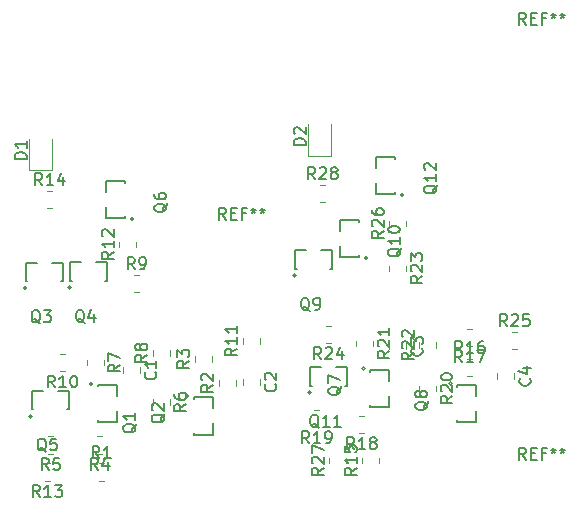
<source format=gbr>
%TF.GenerationSoftware,KiCad,Pcbnew,(6.0.2)*%
%TF.CreationDate,2022-03-08T21:55:07+01:00*%
%TF.ProjectId,simple-pc_-no-fiducials,73696d70-6c65-42d7-9063-5f2d6e6f2d66,rev?*%
%TF.SameCoordinates,Original*%
%TF.FileFunction,Legend,Top*%
%TF.FilePolarity,Positive*%
%FSLAX46Y46*%
G04 Gerber Fmt 4.6, Leading zero omitted, Abs format (unit mm)*
G04 Created by KiCad (PCBNEW (6.0.2)) date 2022-03-08 21:55:07*
%MOMM*%
%LPD*%
G01*
G04 APERTURE LIST*
%ADD10C,0.150000*%
%ADD11C,0.120000*%
%ADD12C,0.152400*%
G04 APERTURE END LIST*
D10*
%TO.C,REF\u002A\u002A*%
X116776666Y-72842380D02*
X116443333Y-72366190D01*
X116205238Y-72842380D02*
X116205238Y-71842380D01*
X116586190Y-71842380D01*
X116681428Y-71890000D01*
X116729047Y-71937619D01*
X116776666Y-72032857D01*
X116776666Y-72175714D01*
X116729047Y-72270952D01*
X116681428Y-72318571D01*
X116586190Y-72366190D01*
X116205238Y-72366190D01*
X117205238Y-72318571D02*
X117538571Y-72318571D01*
X117681428Y-72842380D02*
X117205238Y-72842380D01*
X117205238Y-71842380D01*
X117681428Y-71842380D01*
X118443333Y-72318571D02*
X118110000Y-72318571D01*
X118110000Y-72842380D02*
X118110000Y-71842380D01*
X118586190Y-71842380D01*
X119110000Y-71842380D02*
X119110000Y-72080476D01*
X118871904Y-71985238D02*
X119110000Y-72080476D01*
X119348095Y-71985238D01*
X118967142Y-72270952D02*
X119110000Y-72080476D01*
X119252857Y-72270952D01*
X119871904Y-71842380D02*
X119871904Y-72080476D01*
X119633809Y-71985238D02*
X119871904Y-72080476D01*
X120110000Y-71985238D01*
X119729047Y-72270952D02*
X119871904Y-72080476D01*
X120014761Y-72270952D01*
X142176666Y-93162380D02*
X141843333Y-92686190D01*
X141605238Y-93162380D02*
X141605238Y-92162380D01*
X141986190Y-92162380D01*
X142081428Y-92210000D01*
X142129047Y-92257619D01*
X142176666Y-92352857D01*
X142176666Y-92495714D01*
X142129047Y-92590952D01*
X142081428Y-92638571D01*
X141986190Y-92686190D01*
X141605238Y-92686190D01*
X142605238Y-92638571D02*
X142938571Y-92638571D01*
X143081428Y-93162380D02*
X142605238Y-93162380D01*
X142605238Y-92162380D01*
X143081428Y-92162380D01*
X143843333Y-92638571D02*
X143510000Y-92638571D01*
X143510000Y-93162380D02*
X143510000Y-92162380D01*
X143986190Y-92162380D01*
X144510000Y-92162380D02*
X144510000Y-92400476D01*
X144271904Y-92305238D02*
X144510000Y-92400476D01*
X144748095Y-92305238D01*
X144367142Y-92590952D02*
X144510000Y-92400476D01*
X144652857Y-92590952D01*
X145271904Y-92162380D02*
X145271904Y-92400476D01*
X145033809Y-92305238D02*
X145271904Y-92400476D01*
X145510000Y-92305238D01*
X145129047Y-92590952D02*
X145271904Y-92400476D01*
X145414761Y-92590952D01*
X142176666Y-56332380D02*
X141843333Y-55856190D01*
X141605238Y-56332380D02*
X141605238Y-55332380D01*
X141986190Y-55332380D01*
X142081428Y-55380000D01*
X142129047Y-55427619D01*
X142176666Y-55522857D01*
X142176666Y-55665714D01*
X142129047Y-55760952D01*
X142081428Y-55808571D01*
X141986190Y-55856190D01*
X141605238Y-55856190D01*
X142605238Y-55808571D02*
X142938571Y-55808571D01*
X143081428Y-56332380D02*
X142605238Y-56332380D01*
X142605238Y-55332380D01*
X143081428Y-55332380D01*
X143843333Y-55808571D02*
X143510000Y-55808571D01*
X143510000Y-56332380D02*
X143510000Y-55332380D01*
X143986190Y-55332380D01*
X144510000Y-55332380D02*
X144510000Y-55570476D01*
X144271904Y-55475238D02*
X144510000Y-55570476D01*
X144748095Y-55475238D01*
X144367142Y-55760952D02*
X144510000Y-55570476D01*
X144652857Y-55760952D01*
X145271904Y-55332380D02*
X145271904Y-55570476D01*
X145033809Y-55475238D02*
X145271904Y-55570476D01*
X145510000Y-55475238D01*
X145129047Y-55760952D02*
X145271904Y-55570476D01*
X145414761Y-55760952D01*
%TO.C,R12*%
X107260380Y-75572857D02*
X106784190Y-75906190D01*
X107260380Y-76144285D02*
X106260380Y-76144285D01*
X106260380Y-75763333D01*
X106308000Y-75668095D01*
X106355619Y-75620476D01*
X106450857Y-75572857D01*
X106593714Y-75572857D01*
X106688952Y-75620476D01*
X106736571Y-75668095D01*
X106784190Y-75763333D01*
X106784190Y-76144285D01*
X107260380Y-74620476D02*
X107260380Y-75191904D01*
X107260380Y-74906190D02*
X106260380Y-74906190D01*
X106403238Y-75001428D01*
X106498476Y-75096666D01*
X106546095Y-75191904D01*
X106355619Y-74239523D02*
X106308000Y-74191904D01*
X106260380Y-74096666D01*
X106260380Y-73858571D01*
X106308000Y-73763333D01*
X106355619Y-73715714D01*
X106450857Y-73668095D01*
X106546095Y-73668095D01*
X106688952Y-73715714D01*
X107260380Y-74287142D01*
X107260380Y-73668095D01*
%TO.C,D1*%
X99894380Y-67715595D02*
X98894380Y-67715595D01*
X98894380Y-67477500D01*
X98942000Y-67334642D01*
X99037238Y-67239404D01*
X99132476Y-67191785D01*
X99322952Y-67144166D01*
X99465809Y-67144166D01*
X99656285Y-67191785D01*
X99751523Y-67239404D01*
X99846761Y-67334642D01*
X99894380Y-67477500D01*
X99894380Y-67715595D01*
X99894380Y-66191785D02*
X99894380Y-66763214D01*
X99894380Y-66477500D02*
X98894380Y-66477500D01*
X99037238Y-66572738D01*
X99132476Y-66667976D01*
X99180095Y-66763214D01*
%TO.C,Q12*%
X134659619Y-69913428D02*
X134612000Y-70008666D01*
X134516761Y-70103904D01*
X134373904Y-70246761D01*
X134326285Y-70342000D01*
X134326285Y-70437238D01*
X134564380Y-70389619D02*
X134516761Y-70484857D01*
X134421523Y-70580095D01*
X134231047Y-70627714D01*
X133897714Y-70627714D01*
X133707238Y-70580095D01*
X133612000Y-70484857D01*
X133564380Y-70389619D01*
X133564380Y-70199142D01*
X133612000Y-70103904D01*
X133707238Y-70008666D01*
X133897714Y-69961047D01*
X134231047Y-69961047D01*
X134421523Y-70008666D01*
X134516761Y-70103904D01*
X134564380Y-70199142D01*
X134564380Y-70389619D01*
X134564380Y-69008666D02*
X134564380Y-69580095D01*
X134564380Y-69294380D02*
X133564380Y-69294380D01*
X133707238Y-69389619D01*
X133802476Y-69484857D01*
X133850095Y-69580095D01*
X133659619Y-68627714D02*
X133612000Y-68580095D01*
X133564380Y-68484857D01*
X133564380Y-68246761D01*
X133612000Y-68151523D01*
X133659619Y-68103904D01*
X133754857Y-68056285D01*
X133850095Y-68056285D01*
X133992952Y-68103904D01*
X134564380Y-68675333D01*
X134564380Y-68056285D01*
%TO.C,R19*%
X123817142Y-91764380D02*
X123483809Y-91288190D01*
X123245714Y-91764380D02*
X123245714Y-90764380D01*
X123626666Y-90764380D01*
X123721904Y-90812000D01*
X123769523Y-90859619D01*
X123817142Y-90954857D01*
X123817142Y-91097714D01*
X123769523Y-91192952D01*
X123721904Y-91240571D01*
X123626666Y-91288190D01*
X123245714Y-91288190D01*
X124769523Y-91764380D02*
X124198095Y-91764380D01*
X124483809Y-91764380D02*
X124483809Y-90764380D01*
X124388571Y-90907238D01*
X124293333Y-91002476D01*
X124198095Y-91050095D01*
X125245714Y-91764380D02*
X125436190Y-91764380D01*
X125531428Y-91716761D01*
X125579047Y-91669142D01*
X125674285Y-91526285D01*
X125721904Y-91335809D01*
X125721904Y-90954857D01*
X125674285Y-90859619D01*
X125626666Y-90812000D01*
X125531428Y-90764380D01*
X125340952Y-90764380D01*
X125245714Y-90812000D01*
X125198095Y-90859619D01*
X125150476Y-90954857D01*
X125150476Y-91192952D01*
X125198095Y-91288190D01*
X125245714Y-91335809D01*
X125340952Y-91383428D01*
X125531428Y-91383428D01*
X125626666Y-91335809D01*
X125674285Y-91288190D01*
X125721904Y-91192952D01*
%TO.C,R6*%
X113405180Y-88458966D02*
X112928990Y-88792300D01*
X113405180Y-89030395D02*
X112405180Y-89030395D01*
X112405180Y-88649442D01*
X112452800Y-88554204D01*
X112500419Y-88506585D01*
X112595657Y-88458966D01*
X112738514Y-88458966D01*
X112833752Y-88506585D01*
X112881371Y-88554204D01*
X112928990Y-88649442D01*
X112928990Y-89030395D01*
X112405180Y-87601823D02*
X112405180Y-87792300D01*
X112452800Y-87887538D01*
X112500419Y-87935157D01*
X112643276Y-88030395D01*
X112833752Y-88078014D01*
X113214704Y-88078014D01*
X113309942Y-88030395D01*
X113357561Y-87982776D01*
X113405180Y-87887538D01*
X113405180Y-87697061D01*
X113357561Y-87601823D01*
X113309942Y-87554204D01*
X113214704Y-87506585D01*
X112976609Y-87506585D01*
X112881371Y-87554204D01*
X112833752Y-87601823D01*
X112786133Y-87697061D01*
X112786133Y-87887538D01*
X112833752Y-87982776D01*
X112881371Y-88030395D01*
X112976609Y-88078014D01*
%TO.C,R11*%
X117725180Y-83751657D02*
X117248990Y-84084990D01*
X117725180Y-84323085D02*
X116725180Y-84323085D01*
X116725180Y-83942133D01*
X116772800Y-83846895D01*
X116820419Y-83799276D01*
X116915657Y-83751657D01*
X117058514Y-83751657D01*
X117153752Y-83799276D01*
X117201371Y-83846895D01*
X117248990Y-83942133D01*
X117248990Y-84323085D01*
X117725180Y-82799276D02*
X117725180Y-83370704D01*
X117725180Y-83084990D02*
X116725180Y-83084990D01*
X116868038Y-83180228D01*
X116963276Y-83275466D01*
X117010895Y-83370704D01*
X117725180Y-81846895D02*
X117725180Y-82418323D01*
X117725180Y-82132609D02*
X116725180Y-82132609D01*
X116868038Y-82227847D01*
X116963276Y-82323085D01*
X117010895Y-82418323D01*
%TO.C,C4*%
X142499142Y-86272666D02*
X142546761Y-86320285D01*
X142594380Y-86463142D01*
X142594380Y-86558380D01*
X142546761Y-86701238D01*
X142451523Y-86796476D01*
X142356285Y-86844095D01*
X142165809Y-86891714D01*
X142022952Y-86891714D01*
X141832476Y-86844095D01*
X141737238Y-86796476D01*
X141642000Y-86701238D01*
X141594380Y-86558380D01*
X141594380Y-86463142D01*
X141642000Y-86320285D01*
X141689619Y-86272666D01*
X141927714Y-85415523D02*
X142594380Y-85415523D01*
X141546761Y-85653619D02*
X142261047Y-85891714D01*
X142261047Y-85272666D01*
%TO.C,Q4*%
X104806761Y-81573619D02*
X104711523Y-81526000D01*
X104616285Y-81430761D01*
X104473428Y-81287904D01*
X104378190Y-81240285D01*
X104282952Y-81240285D01*
X104330571Y-81478380D02*
X104235333Y-81430761D01*
X104140095Y-81335523D01*
X104092476Y-81145047D01*
X104092476Y-80811714D01*
X104140095Y-80621238D01*
X104235333Y-80526000D01*
X104330571Y-80478380D01*
X104521047Y-80478380D01*
X104616285Y-80526000D01*
X104711523Y-80621238D01*
X104759142Y-80811714D01*
X104759142Y-81145047D01*
X104711523Y-81335523D01*
X104616285Y-81430761D01*
X104521047Y-81478380D01*
X104330571Y-81478380D01*
X105616285Y-80811714D02*
X105616285Y-81478380D01*
X105378190Y-80430761D02*
X105140095Y-81145047D01*
X105759142Y-81145047D01*
%TO.C,R10*%
X102277942Y-87050180D02*
X101944609Y-86573990D01*
X101706514Y-87050180D02*
X101706514Y-86050180D01*
X102087466Y-86050180D01*
X102182704Y-86097800D01*
X102230323Y-86145419D01*
X102277942Y-86240657D01*
X102277942Y-86383514D01*
X102230323Y-86478752D01*
X102182704Y-86526371D01*
X102087466Y-86573990D01*
X101706514Y-86573990D01*
X103230323Y-87050180D02*
X102658895Y-87050180D01*
X102944609Y-87050180D02*
X102944609Y-86050180D01*
X102849371Y-86193038D01*
X102754133Y-86288276D01*
X102658895Y-86335895D01*
X103849371Y-86050180D02*
X103944609Y-86050180D01*
X104039847Y-86097800D01*
X104087466Y-86145419D01*
X104135085Y-86240657D01*
X104182704Y-86431133D01*
X104182704Y-86669228D01*
X104135085Y-86859704D01*
X104087466Y-86954942D01*
X104039847Y-87002561D01*
X103944609Y-87050180D01*
X103849371Y-87050180D01*
X103754133Y-87002561D01*
X103706514Y-86954942D01*
X103658895Y-86859704D01*
X103611276Y-86669228D01*
X103611276Y-86431133D01*
X103658895Y-86240657D01*
X103706514Y-86145419D01*
X103754133Y-86097800D01*
X103849371Y-86050180D01*
%TO.C,Q7*%
X126531619Y-86963238D02*
X126484000Y-87058476D01*
X126388761Y-87153714D01*
X126245904Y-87296571D01*
X126198285Y-87391809D01*
X126198285Y-87487047D01*
X126436380Y-87439428D02*
X126388761Y-87534666D01*
X126293523Y-87629904D01*
X126103047Y-87677523D01*
X125769714Y-87677523D01*
X125579238Y-87629904D01*
X125484000Y-87534666D01*
X125436380Y-87439428D01*
X125436380Y-87248952D01*
X125484000Y-87153714D01*
X125579238Y-87058476D01*
X125769714Y-87010857D01*
X126103047Y-87010857D01*
X126293523Y-87058476D01*
X126388761Y-87153714D01*
X126436380Y-87248952D01*
X126436380Y-87439428D01*
X125436380Y-86677523D02*
X125436380Y-86010857D01*
X126436380Y-86439428D01*
%TO.C,R26*%
X130120380Y-73794857D02*
X129644190Y-74128190D01*
X130120380Y-74366285D02*
X129120380Y-74366285D01*
X129120380Y-73985333D01*
X129168000Y-73890095D01*
X129215619Y-73842476D01*
X129310857Y-73794857D01*
X129453714Y-73794857D01*
X129548952Y-73842476D01*
X129596571Y-73890095D01*
X129644190Y-73985333D01*
X129644190Y-74366285D01*
X129215619Y-73413904D02*
X129168000Y-73366285D01*
X129120380Y-73271047D01*
X129120380Y-73032952D01*
X129168000Y-72937714D01*
X129215619Y-72890095D01*
X129310857Y-72842476D01*
X129406095Y-72842476D01*
X129548952Y-72890095D01*
X130120380Y-73461523D01*
X130120380Y-72842476D01*
X129120380Y-71985333D02*
X129120380Y-72175809D01*
X129168000Y-72271047D01*
X129215619Y-72318666D01*
X129358476Y-72413904D01*
X129548952Y-72461523D01*
X129929904Y-72461523D01*
X130025142Y-72413904D01*
X130072761Y-72366285D01*
X130120380Y-72271047D01*
X130120380Y-72080571D01*
X130072761Y-71985333D01*
X130025142Y-71937714D01*
X129929904Y-71890095D01*
X129691809Y-71890095D01*
X129596571Y-71937714D01*
X129548952Y-71985333D01*
X129501333Y-72080571D01*
X129501333Y-72271047D01*
X129548952Y-72366285D01*
X129596571Y-72413904D01*
X129691809Y-72461523D01*
%TO.C,R16*%
X136771142Y-84146380D02*
X136437809Y-83670190D01*
X136199714Y-84146380D02*
X136199714Y-83146380D01*
X136580666Y-83146380D01*
X136675904Y-83194000D01*
X136723523Y-83241619D01*
X136771142Y-83336857D01*
X136771142Y-83479714D01*
X136723523Y-83574952D01*
X136675904Y-83622571D01*
X136580666Y-83670190D01*
X136199714Y-83670190D01*
X137723523Y-84146380D02*
X137152095Y-84146380D01*
X137437809Y-84146380D02*
X137437809Y-83146380D01*
X137342571Y-83289238D01*
X137247333Y-83384476D01*
X137152095Y-83432095D01*
X138580666Y-83146380D02*
X138390190Y-83146380D01*
X138294952Y-83194000D01*
X138247333Y-83241619D01*
X138152095Y-83384476D01*
X138104476Y-83574952D01*
X138104476Y-83955904D01*
X138152095Y-84051142D01*
X138199714Y-84098761D01*
X138294952Y-84146380D01*
X138485428Y-84146380D01*
X138580666Y-84098761D01*
X138628285Y-84051142D01*
X138675904Y-83955904D01*
X138675904Y-83717809D01*
X138628285Y-83622571D01*
X138580666Y-83574952D01*
X138485428Y-83527333D01*
X138294952Y-83527333D01*
X138199714Y-83574952D01*
X138152095Y-83622571D01*
X138104476Y-83717809D01*
%TO.C,Q10*%
X131611619Y-75247428D02*
X131564000Y-75342666D01*
X131468761Y-75437904D01*
X131325904Y-75580761D01*
X131278285Y-75676000D01*
X131278285Y-75771238D01*
X131516380Y-75723619D02*
X131468761Y-75818857D01*
X131373523Y-75914095D01*
X131183047Y-75961714D01*
X130849714Y-75961714D01*
X130659238Y-75914095D01*
X130564000Y-75818857D01*
X130516380Y-75723619D01*
X130516380Y-75533142D01*
X130564000Y-75437904D01*
X130659238Y-75342666D01*
X130849714Y-75295047D01*
X131183047Y-75295047D01*
X131373523Y-75342666D01*
X131468761Y-75437904D01*
X131516380Y-75533142D01*
X131516380Y-75723619D01*
X131516380Y-74342666D02*
X131516380Y-74914095D01*
X131516380Y-74628380D02*
X130516380Y-74628380D01*
X130659238Y-74723619D01*
X130754476Y-74818857D01*
X130802095Y-74914095D01*
X130516380Y-73723619D02*
X130516380Y-73628380D01*
X130564000Y-73533142D01*
X130611619Y-73485523D01*
X130706857Y-73437904D01*
X130897333Y-73390285D01*
X131135428Y-73390285D01*
X131325904Y-73437904D01*
X131421142Y-73485523D01*
X131468761Y-73533142D01*
X131516380Y-73628380D01*
X131516380Y-73723619D01*
X131468761Y-73818857D01*
X131421142Y-73866476D01*
X131325904Y-73914095D01*
X131135428Y-73961714D01*
X130897333Y-73961714D01*
X130706857Y-73914095D01*
X130611619Y-73866476D01*
X130564000Y-73818857D01*
X130516380Y-73723619D01*
%TO.C,R17*%
X136771142Y-84906380D02*
X136437809Y-84430190D01*
X136199714Y-84906380D02*
X136199714Y-83906380D01*
X136580666Y-83906380D01*
X136675904Y-83954000D01*
X136723523Y-84001619D01*
X136771142Y-84096857D01*
X136771142Y-84239714D01*
X136723523Y-84334952D01*
X136675904Y-84382571D01*
X136580666Y-84430190D01*
X136199714Y-84430190D01*
X137723523Y-84906380D02*
X137152095Y-84906380D01*
X137437809Y-84906380D02*
X137437809Y-83906380D01*
X137342571Y-84049238D01*
X137247333Y-84144476D01*
X137152095Y-84192095D01*
X138056857Y-83906380D02*
X138723523Y-83906380D01*
X138294952Y-84906380D01*
%TO.C,R20*%
X135960380Y-87764857D02*
X135484190Y-88098190D01*
X135960380Y-88336285D02*
X134960380Y-88336285D01*
X134960380Y-87955333D01*
X135008000Y-87860095D01*
X135055619Y-87812476D01*
X135150857Y-87764857D01*
X135293714Y-87764857D01*
X135388952Y-87812476D01*
X135436571Y-87860095D01*
X135484190Y-87955333D01*
X135484190Y-88336285D01*
X135055619Y-87383904D02*
X135008000Y-87336285D01*
X134960380Y-87241047D01*
X134960380Y-87002952D01*
X135008000Y-86907714D01*
X135055619Y-86860095D01*
X135150857Y-86812476D01*
X135246095Y-86812476D01*
X135388952Y-86860095D01*
X135960380Y-87431523D01*
X135960380Y-86812476D01*
X134960380Y-86193428D02*
X134960380Y-86098190D01*
X135008000Y-86002952D01*
X135055619Y-85955333D01*
X135150857Y-85907714D01*
X135341333Y-85860095D01*
X135579428Y-85860095D01*
X135769904Y-85907714D01*
X135865142Y-85955333D01*
X135912761Y-86002952D01*
X135960380Y-86098190D01*
X135960380Y-86193428D01*
X135912761Y-86288666D01*
X135865142Y-86336285D01*
X135769904Y-86383904D01*
X135579428Y-86431523D01*
X135341333Y-86431523D01*
X135150857Y-86383904D01*
X135055619Y-86336285D01*
X135008000Y-86288666D01*
X134960380Y-86193428D01*
%TO.C,Q6*%
X111799619Y-71469238D02*
X111752000Y-71564476D01*
X111656761Y-71659714D01*
X111513904Y-71802571D01*
X111466285Y-71897809D01*
X111466285Y-71993047D01*
X111704380Y-71945428D02*
X111656761Y-72040666D01*
X111561523Y-72135904D01*
X111371047Y-72183523D01*
X111037714Y-72183523D01*
X110847238Y-72135904D01*
X110752000Y-72040666D01*
X110704380Y-71945428D01*
X110704380Y-71754952D01*
X110752000Y-71659714D01*
X110847238Y-71564476D01*
X111037714Y-71516857D01*
X111371047Y-71516857D01*
X111561523Y-71564476D01*
X111656761Y-71659714D01*
X111704380Y-71754952D01*
X111704380Y-71945428D01*
X110704380Y-70659714D02*
X110704380Y-70850190D01*
X110752000Y-70945428D01*
X110799619Y-70993047D01*
X110942476Y-71088285D01*
X111132952Y-71135904D01*
X111513904Y-71135904D01*
X111609142Y-71088285D01*
X111656761Y-71040666D01*
X111704380Y-70945428D01*
X111704380Y-70754952D01*
X111656761Y-70659714D01*
X111609142Y-70612095D01*
X111513904Y-70564476D01*
X111275809Y-70564476D01*
X111180571Y-70612095D01*
X111132952Y-70659714D01*
X111085333Y-70754952D01*
X111085333Y-70945428D01*
X111132952Y-71040666D01*
X111180571Y-71088285D01*
X111275809Y-71135904D01*
%TO.C,R1*%
X106056133Y-93021180D02*
X105722800Y-92544990D01*
X105484704Y-93021180D02*
X105484704Y-92021180D01*
X105865657Y-92021180D01*
X105960895Y-92068800D01*
X106008514Y-92116419D01*
X106056133Y-92211657D01*
X106056133Y-92354514D01*
X106008514Y-92449752D01*
X105960895Y-92497371D01*
X105865657Y-92544990D01*
X105484704Y-92544990D01*
X107008514Y-93021180D02*
X106437085Y-93021180D01*
X106722800Y-93021180D02*
X106722800Y-92021180D01*
X106627561Y-92164038D01*
X106532323Y-92259276D01*
X106437085Y-92306895D01*
%TO.C,C3*%
X133355142Y-83732666D02*
X133402761Y-83780285D01*
X133450380Y-83923142D01*
X133450380Y-84018380D01*
X133402761Y-84161238D01*
X133307523Y-84256476D01*
X133212285Y-84304095D01*
X133021809Y-84351714D01*
X132878952Y-84351714D01*
X132688476Y-84304095D01*
X132593238Y-84256476D01*
X132498000Y-84161238D01*
X132450380Y-84018380D01*
X132450380Y-83923142D01*
X132498000Y-83780285D01*
X132545619Y-83732666D01*
X132450380Y-83399333D02*
X132450380Y-82780285D01*
X132831333Y-83113619D01*
X132831333Y-82970761D01*
X132878952Y-82875523D01*
X132926571Y-82827904D01*
X133021809Y-82780285D01*
X133259904Y-82780285D01*
X133355142Y-82827904D01*
X133402761Y-82875523D01*
X133450380Y-82970761D01*
X133450380Y-83256476D01*
X133402761Y-83351714D01*
X133355142Y-83399333D01*
%TO.C,R21*%
X130626380Y-83954857D02*
X130150190Y-84288190D01*
X130626380Y-84526285D02*
X129626380Y-84526285D01*
X129626380Y-84145333D01*
X129674000Y-84050095D01*
X129721619Y-84002476D01*
X129816857Y-83954857D01*
X129959714Y-83954857D01*
X130054952Y-84002476D01*
X130102571Y-84050095D01*
X130150190Y-84145333D01*
X130150190Y-84526285D01*
X129721619Y-83573904D02*
X129674000Y-83526285D01*
X129626380Y-83431047D01*
X129626380Y-83192952D01*
X129674000Y-83097714D01*
X129721619Y-83050095D01*
X129816857Y-83002476D01*
X129912095Y-83002476D01*
X130054952Y-83050095D01*
X130626380Y-83621523D01*
X130626380Y-83002476D01*
X130626380Y-82050095D02*
X130626380Y-82621523D01*
X130626380Y-82335809D02*
X129626380Y-82335809D01*
X129769238Y-82431047D01*
X129864476Y-82526285D01*
X129912095Y-82621523D01*
%TO.C,R5*%
X101761633Y-94035180D02*
X101428300Y-93558990D01*
X101190204Y-94035180D02*
X101190204Y-93035180D01*
X101571157Y-93035180D01*
X101666395Y-93082800D01*
X101714014Y-93130419D01*
X101761633Y-93225657D01*
X101761633Y-93368514D01*
X101714014Y-93463752D01*
X101666395Y-93511371D01*
X101571157Y-93558990D01*
X101190204Y-93558990D01*
X102666395Y-93035180D02*
X102190204Y-93035180D01*
X102142585Y-93511371D01*
X102190204Y-93463752D01*
X102285442Y-93416133D01*
X102523538Y-93416133D01*
X102618776Y-93463752D01*
X102666395Y-93511371D01*
X102714014Y-93606609D01*
X102714014Y-93844704D01*
X102666395Y-93939942D01*
X102618776Y-93987561D01*
X102523538Y-94035180D01*
X102285442Y-94035180D01*
X102190204Y-93987561D01*
X102142585Y-93939942D01*
%TO.C,Q8*%
X133897619Y-88233238D02*
X133850000Y-88328476D01*
X133754761Y-88423714D01*
X133611904Y-88566571D01*
X133564285Y-88661809D01*
X133564285Y-88757047D01*
X133802380Y-88709428D02*
X133754761Y-88804666D01*
X133659523Y-88899904D01*
X133469047Y-88947523D01*
X133135714Y-88947523D01*
X132945238Y-88899904D01*
X132850000Y-88804666D01*
X132802380Y-88709428D01*
X132802380Y-88518952D01*
X132850000Y-88423714D01*
X132945238Y-88328476D01*
X133135714Y-88280857D01*
X133469047Y-88280857D01*
X133659523Y-88328476D01*
X133754761Y-88423714D01*
X133802380Y-88518952D01*
X133802380Y-88709428D01*
X133230952Y-87709428D02*
X133183333Y-87804666D01*
X133135714Y-87852285D01*
X133040476Y-87899904D01*
X132992857Y-87899904D01*
X132897619Y-87852285D01*
X132850000Y-87804666D01*
X132802380Y-87709428D01*
X132802380Y-87518952D01*
X132850000Y-87423714D01*
X132897619Y-87376095D01*
X132992857Y-87328476D01*
X133040476Y-87328476D01*
X133135714Y-87376095D01*
X133183333Y-87423714D01*
X133230952Y-87518952D01*
X133230952Y-87709428D01*
X133278571Y-87804666D01*
X133326190Y-87852285D01*
X133421428Y-87899904D01*
X133611904Y-87899904D01*
X133707142Y-87852285D01*
X133754761Y-87804666D01*
X133802380Y-87709428D01*
X133802380Y-87518952D01*
X133754761Y-87423714D01*
X133707142Y-87376095D01*
X133611904Y-87328476D01*
X133421428Y-87328476D01*
X133326190Y-87376095D01*
X133278571Y-87423714D01*
X133230952Y-87518952D01*
%TO.C,C2*%
X120959942Y-86765466D02*
X121007561Y-86813085D01*
X121055180Y-86955942D01*
X121055180Y-87051180D01*
X121007561Y-87194038D01*
X120912323Y-87289276D01*
X120817085Y-87336895D01*
X120626609Y-87384514D01*
X120483752Y-87384514D01*
X120293276Y-87336895D01*
X120198038Y-87289276D01*
X120102800Y-87194038D01*
X120055180Y-87051180D01*
X120055180Y-86955942D01*
X120102800Y-86813085D01*
X120150419Y-86765466D01*
X120150419Y-86384514D02*
X120102800Y-86336895D01*
X120055180Y-86241657D01*
X120055180Y-86003561D01*
X120102800Y-85908323D01*
X120150419Y-85860704D01*
X120245657Y-85813085D01*
X120340895Y-85813085D01*
X120483752Y-85860704D01*
X121055180Y-86432133D01*
X121055180Y-85813085D01*
%TO.C,R9*%
X109053333Y-77034380D02*
X108720000Y-76558190D01*
X108481904Y-77034380D02*
X108481904Y-76034380D01*
X108862857Y-76034380D01*
X108958095Y-76082000D01*
X109005714Y-76129619D01*
X109053333Y-76224857D01*
X109053333Y-76367714D01*
X109005714Y-76462952D01*
X108958095Y-76510571D01*
X108862857Y-76558190D01*
X108481904Y-76558190D01*
X109529523Y-77034380D02*
X109720000Y-77034380D01*
X109815238Y-76986761D01*
X109862857Y-76939142D01*
X109958095Y-76796285D01*
X110005714Y-76605809D01*
X110005714Y-76224857D01*
X109958095Y-76129619D01*
X109910476Y-76082000D01*
X109815238Y-76034380D01*
X109624761Y-76034380D01*
X109529523Y-76082000D01*
X109481904Y-76129619D01*
X109434285Y-76224857D01*
X109434285Y-76462952D01*
X109481904Y-76558190D01*
X109529523Y-76605809D01*
X109624761Y-76653428D01*
X109815238Y-76653428D01*
X109910476Y-76605809D01*
X109958095Y-76558190D01*
X110005714Y-76462952D01*
%TO.C,Q3*%
X101047561Y-81624419D02*
X100952323Y-81576800D01*
X100857085Y-81481561D01*
X100714228Y-81338704D01*
X100618990Y-81291085D01*
X100523752Y-81291085D01*
X100571371Y-81529180D02*
X100476133Y-81481561D01*
X100380895Y-81386323D01*
X100333276Y-81195847D01*
X100333276Y-80862514D01*
X100380895Y-80672038D01*
X100476133Y-80576800D01*
X100571371Y-80529180D01*
X100761847Y-80529180D01*
X100857085Y-80576800D01*
X100952323Y-80672038D01*
X100999942Y-80862514D01*
X100999942Y-81195847D01*
X100952323Y-81386323D01*
X100857085Y-81481561D01*
X100761847Y-81529180D01*
X100571371Y-81529180D01*
X101333276Y-80529180D02*
X101952323Y-80529180D01*
X101618990Y-80910133D01*
X101761847Y-80910133D01*
X101857085Y-80957752D01*
X101904704Y-81005371D01*
X101952323Y-81100609D01*
X101952323Y-81338704D01*
X101904704Y-81433942D01*
X101857085Y-81481561D01*
X101761847Y-81529180D01*
X101476133Y-81529180D01*
X101380895Y-81481561D01*
X101333276Y-81433942D01*
%TO.C,C1*%
X110799942Y-85749466D02*
X110847561Y-85797085D01*
X110895180Y-85939942D01*
X110895180Y-86035180D01*
X110847561Y-86178038D01*
X110752323Y-86273276D01*
X110657085Y-86320895D01*
X110466609Y-86368514D01*
X110323752Y-86368514D01*
X110133276Y-86320895D01*
X110038038Y-86273276D01*
X109942800Y-86178038D01*
X109895180Y-86035180D01*
X109895180Y-85939942D01*
X109942800Y-85797085D01*
X109990419Y-85749466D01*
X110895180Y-84797085D02*
X110895180Y-85368514D01*
X110895180Y-85082800D02*
X109895180Y-85082800D01*
X110038038Y-85178038D01*
X110133276Y-85273276D01*
X110180895Y-85368514D01*
%TO.C,R14*%
X101211142Y-69922380D02*
X100877809Y-69446190D01*
X100639714Y-69922380D02*
X100639714Y-68922380D01*
X101020666Y-68922380D01*
X101115904Y-68970000D01*
X101163523Y-69017619D01*
X101211142Y-69112857D01*
X101211142Y-69255714D01*
X101163523Y-69350952D01*
X101115904Y-69398571D01*
X101020666Y-69446190D01*
X100639714Y-69446190D01*
X102163523Y-69922380D02*
X101592095Y-69922380D01*
X101877809Y-69922380D02*
X101877809Y-68922380D01*
X101782571Y-69065238D01*
X101687333Y-69160476D01*
X101592095Y-69208095D01*
X103020666Y-69255714D02*
X103020666Y-69922380D01*
X102782571Y-68874761D02*
X102544476Y-69589047D01*
X103163523Y-69589047D01*
%TO.C,R23*%
X133420380Y-77604857D02*
X132944190Y-77938190D01*
X133420380Y-78176285D02*
X132420380Y-78176285D01*
X132420380Y-77795333D01*
X132468000Y-77700095D01*
X132515619Y-77652476D01*
X132610857Y-77604857D01*
X132753714Y-77604857D01*
X132848952Y-77652476D01*
X132896571Y-77700095D01*
X132944190Y-77795333D01*
X132944190Y-78176285D01*
X132515619Y-77223904D02*
X132468000Y-77176285D01*
X132420380Y-77081047D01*
X132420380Y-76842952D01*
X132468000Y-76747714D01*
X132515619Y-76700095D01*
X132610857Y-76652476D01*
X132706095Y-76652476D01*
X132848952Y-76700095D01*
X133420380Y-77271523D01*
X133420380Y-76652476D01*
X132420380Y-76319142D02*
X132420380Y-75700095D01*
X132801333Y-76033428D01*
X132801333Y-75890571D01*
X132848952Y-75795333D01*
X132896571Y-75747714D01*
X132991809Y-75700095D01*
X133229904Y-75700095D01*
X133325142Y-75747714D01*
X133372761Y-75795333D01*
X133420380Y-75890571D01*
X133420380Y-76176285D01*
X133372761Y-76271523D01*
X133325142Y-76319142D01*
%TO.C,R13*%
X101007942Y-96321180D02*
X100674609Y-95844990D01*
X100436514Y-96321180D02*
X100436514Y-95321180D01*
X100817466Y-95321180D01*
X100912704Y-95368800D01*
X100960323Y-95416419D01*
X101007942Y-95511657D01*
X101007942Y-95654514D01*
X100960323Y-95749752D01*
X100912704Y-95797371D01*
X100817466Y-95844990D01*
X100436514Y-95844990D01*
X101960323Y-96321180D02*
X101388895Y-96321180D01*
X101674609Y-96321180D02*
X101674609Y-95321180D01*
X101579371Y-95464038D01*
X101484133Y-95559276D01*
X101388895Y-95606895D01*
X102293657Y-95321180D02*
X102912704Y-95321180D01*
X102579371Y-95702133D01*
X102722228Y-95702133D01*
X102817466Y-95749752D01*
X102865085Y-95797371D01*
X102912704Y-95892609D01*
X102912704Y-96130704D01*
X102865085Y-96225942D01*
X102817466Y-96273561D01*
X102722228Y-96321180D01*
X102436514Y-96321180D01*
X102341276Y-96273561D01*
X102293657Y-96225942D01*
%TO.C,R22*%
X132660380Y-84105357D02*
X132184190Y-84438690D01*
X132660380Y-84676785D02*
X131660380Y-84676785D01*
X131660380Y-84295833D01*
X131708000Y-84200595D01*
X131755619Y-84152976D01*
X131850857Y-84105357D01*
X131993714Y-84105357D01*
X132088952Y-84152976D01*
X132136571Y-84200595D01*
X132184190Y-84295833D01*
X132184190Y-84676785D01*
X131755619Y-83724404D02*
X131708000Y-83676785D01*
X131660380Y-83581547D01*
X131660380Y-83343452D01*
X131708000Y-83248214D01*
X131755619Y-83200595D01*
X131850857Y-83152976D01*
X131946095Y-83152976D01*
X132088952Y-83200595D01*
X132660380Y-83772023D01*
X132660380Y-83152976D01*
X131755619Y-82772023D02*
X131708000Y-82724404D01*
X131660380Y-82629166D01*
X131660380Y-82391071D01*
X131708000Y-82295833D01*
X131755619Y-82248214D01*
X131850857Y-82200595D01*
X131946095Y-82200595D01*
X132088952Y-82248214D01*
X132660380Y-82819642D01*
X132660380Y-82200595D01*
%TO.C,R2*%
X115693180Y-86831466D02*
X115216990Y-87164800D01*
X115693180Y-87402895D02*
X114693180Y-87402895D01*
X114693180Y-87021942D01*
X114740800Y-86926704D01*
X114788419Y-86879085D01*
X114883657Y-86831466D01*
X115026514Y-86831466D01*
X115121752Y-86879085D01*
X115169371Y-86926704D01*
X115216990Y-87021942D01*
X115216990Y-87402895D01*
X114788419Y-86450514D02*
X114740800Y-86402895D01*
X114693180Y-86307657D01*
X114693180Y-86069561D01*
X114740800Y-85974323D01*
X114788419Y-85926704D01*
X114883657Y-85879085D01*
X114978895Y-85879085D01*
X115121752Y-85926704D01*
X115693180Y-86498133D01*
X115693180Y-85879085D01*
%TO.C,Q5*%
X101555561Y-92480419D02*
X101460323Y-92432800D01*
X101365085Y-92337561D01*
X101222228Y-92194704D01*
X101126990Y-92147085D01*
X101031752Y-92147085D01*
X101079371Y-92385180D02*
X100984133Y-92337561D01*
X100888895Y-92242323D01*
X100841276Y-92051847D01*
X100841276Y-91718514D01*
X100888895Y-91528038D01*
X100984133Y-91432800D01*
X101079371Y-91385180D01*
X101269847Y-91385180D01*
X101365085Y-91432800D01*
X101460323Y-91528038D01*
X101507942Y-91718514D01*
X101507942Y-92051847D01*
X101460323Y-92242323D01*
X101365085Y-92337561D01*
X101269847Y-92385180D01*
X101079371Y-92385180D01*
X102412704Y-91385180D02*
X101936514Y-91385180D01*
X101888895Y-91861371D01*
X101936514Y-91813752D01*
X102031752Y-91766133D01*
X102269847Y-91766133D01*
X102365085Y-91813752D01*
X102412704Y-91861371D01*
X102460323Y-91956609D01*
X102460323Y-92194704D01*
X102412704Y-92289942D01*
X102365085Y-92337561D01*
X102269847Y-92385180D01*
X102031752Y-92385180D01*
X101936514Y-92337561D01*
X101888895Y-92289942D01*
%TO.C,R7*%
X107817180Y-85114466D02*
X107340990Y-85447800D01*
X107817180Y-85685895D02*
X106817180Y-85685895D01*
X106817180Y-85304942D01*
X106864800Y-85209704D01*
X106912419Y-85162085D01*
X107007657Y-85114466D01*
X107150514Y-85114466D01*
X107245752Y-85162085D01*
X107293371Y-85209704D01*
X107340990Y-85304942D01*
X107340990Y-85685895D01*
X106817180Y-84781133D02*
X106817180Y-84114466D01*
X107817180Y-84543038D01*
%TO.C,R28*%
X124325142Y-69414380D02*
X123991809Y-68938190D01*
X123753714Y-69414380D02*
X123753714Y-68414380D01*
X124134666Y-68414380D01*
X124229904Y-68462000D01*
X124277523Y-68509619D01*
X124325142Y-68604857D01*
X124325142Y-68747714D01*
X124277523Y-68842952D01*
X124229904Y-68890571D01*
X124134666Y-68938190D01*
X123753714Y-68938190D01*
X124706095Y-68509619D02*
X124753714Y-68462000D01*
X124848952Y-68414380D01*
X125087047Y-68414380D01*
X125182285Y-68462000D01*
X125229904Y-68509619D01*
X125277523Y-68604857D01*
X125277523Y-68700095D01*
X125229904Y-68842952D01*
X124658476Y-69414380D01*
X125277523Y-69414380D01*
X125848952Y-68842952D02*
X125753714Y-68795333D01*
X125706095Y-68747714D01*
X125658476Y-68652476D01*
X125658476Y-68604857D01*
X125706095Y-68509619D01*
X125753714Y-68462000D01*
X125848952Y-68414380D01*
X126039428Y-68414380D01*
X126134666Y-68462000D01*
X126182285Y-68509619D01*
X126229904Y-68604857D01*
X126229904Y-68652476D01*
X126182285Y-68747714D01*
X126134666Y-68795333D01*
X126039428Y-68842952D01*
X125848952Y-68842952D01*
X125753714Y-68890571D01*
X125706095Y-68938190D01*
X125658476Y-69033428D01*
X125658476Y-69223904D01*
X125706095Y-69319142D01*
X125753714Y-69366761D01*
X125848952Y-69414380D01*
X126039428Y-69414380D01*
X126134666Y-69366761D01*
X126182285Y-69319142D01*
X126229904Y-69223904D01*
X126229904Y-69033428D01*
X126182285Y-68938190D01*
X126134666Y-68890571D01*
X126039428Y-68842952D01*
%TO.C,R8*%
X110105180Y-84291466D02*
X109628990Y-84624800D01*
X110105180Y-84862895D02*
X109105180Y-84862895D01*
X109105180Y-84481942D01*
X109152800Y-84386704D01*
X109200419Y-84339085D01*
X109295657Y-84291466D01*
X109438514Y-84291466D01*
X109533752Y-84339085D01*
X109581371Y-84386704D01*
X109628990Y-84481942D01*
X109628990Y-84862895D01*
X109533752Y-83720038D02*
X109486133Y-83815276D01*
X109438514Y-83862895D01*
X109343276Y-83910514D01*
X109295657Y-83910514D01*
X109200419Y-83862895D01*
X109152800Y-83815276D01*
X109105180Y-83720038D01*
X109105180Y-83529561D01*
X109152800Y-83434323D01*
X109200419Y-83386704D01*
X109295657Y-83339085D01*
X109343276Y-83339085D01*
X109438514Y-83386704D01*
X109486133Y-83434323D01*
X109533752Y-83529561D01*
X109533752Y-83720038D01*
X109581371Y-83815276D01*
X109628990Y-83862895D01*
X109724228Y-83910514D01*
X109914704Y-83910514D01*
X110009942Y-83862895D01*
X110057561Y-83815276D01*
X110105180Y-83720038D01*
X110105180Y-83529561D01*
X110057561Y-83434323D01*
X110009942Y-83386704D01*
X109914704Y-83339085D01*
X109724228Y-83339085D01*
X109628990Y-83386704D01*
X109581371Y-83434323D01*
X109533752Y-83529561D01*
%TO.C,Q2*%
X111596419Y-89300038D02*
X111548800Y-89395276D01*
X111453561Y-89490514D01*
X111310704Y-89633371D01*
X111263085Y-89728609D01*
X111263085Y-89823847D01*
X111501180Y-89776228D02*
X111453561Y-89871466D01*
X111358323Y-89966704D01*
X111167847Y-90014323D01*
X110834514Y-90014323D01*
X110644038Y-89966704D01*
X110548800Y-89871466D01*
X110501180Y-89776228D01*
X110501180Y-89585752D01*
X110548800Y-89490514D01*
X110644038Y-89395276D01*
X110834514Y-89347657D01*
X111167847Y-89347657D01*
X111358323Y-89395276D01*
X111453561Y-89490514D01*
X111501180Y-89585752D01*
X111501180Y-89776228D01*
X110596419Y-88966704D02*
X110548800Y-88919085D01*
X110501180Y-88823847D01*
X110501180Y-88585752D01*
X110548800Y-88490514D01*
X110596419Y-88442895D01*
X110691657Y-88395276D01*
X110786895Y-88395276D01*
X110929752Y-88442895D01*
X111501180Y-89014323D01*
X111501180Y-88395276D01*
%TO.C,R24*%
X124833142Y-84652380D02*
X124499809Y-84176190D01*
X124261714Y-84652380D02*
X124261714Y-83652380D01*
X124642666Y-83652380D01*
X124737904Y-83700000D01*
X124785523Y-83747619D01*
X124833142Y-83842857D01*
X124833142Y-83985714D01*
X124785523Y-84080952D01*
X124737904Y-84128571D01*
X124642666Y-84176190D01*
X124261714Y-84176190D01*
X125214095Y-83747619D02*
X125261714Y-83700000D01*
X125356952Y-83652380D01*
X125595047Y-83652380D01*
X125690285Y-83700000D01*
X125737904Y-83747619D01*
X125785523Y-83842857D01*
X125785523Y-83938095D01*
X125737904Y-84080952D01*
X125166476Y-84652380D01*
X125785523Y-84652380D01*
X126642666Y-83985714D02*
X126642666Y-84652380D01*
X126404571Y-83604761D02*
X126166476Y-84319047D01*
X126785523Y-84319047D01*
%TO.C,R18*%
X127627142Y-92272380D02*
X127293809Y-91796190D01*
X127055714Y-92272380D02*
X127055714Y-91272380D01*
X127436666Y-91272380D01*
X127531904Y-91320000D01*
X127579523Y-91367619D01*
X127627142Y-91462857D01*
X127627142Y-91605714D01*
X127579523Y-91700952D01*
X127531904Y-91748571D01*
X127436666Y-91796190D01*
X127055714Y-91796190D01*
X128579523Y-92272380D02*
X128008095Y-92272380D01*
X128293809Y-92272380D02*
X128293809Y-91272380D01*
X128198571Y-91415238D01*
X128103333Y-91510476D01*
X128008095Y-91558095D01*
X129150952Y-91700952D02*
X129055714Y-91653333D01*
X129008095Y-91605714D01*
X128960476Y-91510476D01*
X128960476Y-91462857D01*
X129008095Y-91367619D01*
X129055714Y-91320000D01*
X129150952Y-91272380D01*
X129341428Y-91272380D01*
X129436666Y-91320000D01*
X129484285Y-91367619D01*
X129531904Y-91462857D01*
X129531904Y-91510476D01*
X129484285Y-91605714D01*
X129436666Y-91653333D01*
X129341428Y-91700952D01*
X129150952Y-91700952D01*
X129055714Y-91748571D01*
X129008095Y-91796190D01*
X128960476Y-91891428D01*
X128960476Y-92081904D01*
X129008095Y-92177142D01*
X129055714Y-92224761D01*
X129150952Y-92272380D01*
X129341428Y-92272380D01*
X129436666Y-92224761D01*
X129484285Y-92177142D01*
X129531904Y-92081904D01*
X129531904Y-91891428D01*
X129484285Y-91796190D01*
X129436666Y-91748571D01*
X129341428Y-91700952D01*
%TO.C,Q1*%
X109183419Y-90123038D02*
X109135800Y-90218276D01*
X109040561Y-90313514D01*
X108897704Y-90456371D01*
X108850085Y-90551609D01*
X108850085Y-90646847D01*
X109088180Y-90599228D02*
X109040561Y-90694466D01*
X108945323Y-90789704D01*
X108754847Y-90837323D01*
X108421514Y-90837323D01*
X108231038Y-90789704D01*
X108135800Y-90694466D01*
X108088180Y-90599228D01*
X108088180Y-90408752D01*
X108135800Y-90313514D01*
X108231038Y-90218276D01*
X108421514Y-90170657D01*
X108754847Y-90170657D01*
X108945323Y-90218276D01*
X109040561Y-90313514D01*
X109088180Y-90408752D01*
X109088180Y-90599228D01*
X109088180Y-89218276D02*
X109088180Y-89789704D01*
X109088180Y-89503990D02*
X108088180Y-89503990D01*
X108231038Y-89599228D01*
X108326276Y-89694466D01*
X108373895Y-89789704D01*
%TO.C,D2*%
X123516380Y-66524095D02*
X122516380Y-66524095D01*
X122516380Y-66286000D01*
X122564000Y-66143142D01*
X122659238Y-66047904D01*
X122754476Y-66000285D01*
X122944952Y-65952666D01*
X123087809Y-65952666D01*
X123278285Y-66000285D01*
X123373523Y-66047904D01*
X123468761Y-66143142D01*
X123516380Y-66286000D01*
X123516380Y-66524095D01*
X122611619Y-65571714D02*
X122564000Y-65524095D01*
X122516380Y-65428857D01*
X122516380Y-65190761D01*
X122564000Y-65095523D01*
X122611619Y-65047904D01*
X122706857Y-65000285D01*
X122802095Y-65000285D01*
X122944952Y-65047904D01*
X123516380Y-65619333D01*
X123516380Y-65000285D01*
%TO.C,R3*%
X113661180Y-84799466D02*
X113184990Y-85132800D01*
X113661180Y-85370895D02*
X112661180Y-85370895D01*
X112661180Y-84989942D01*
X112708800Y-84894704D01*
X112756419Y-84847085D01*
X112851657Y-84799466D01*
X112994514Y-84799466D01*
X113089752Y-84847085D01*
X113137371Y-84894704D01*
X113184990Y-84989942D01*
X113184990Y-85370895D01*
X112661180Y-84466133D02*
X112661180Y-83847085D01*
X113042133Y-84180419D01*
X113042133Y-84037561D01*
X113089752Y-83942323D01*
X113137371Y-83894704D01*
X113232609Y-83847085D01*
X113470704Y-83847085D01*
X113565942Y-83894704D01*
X113613561Y-83942323D01*
X113661180Y-84037561D01*
X113661180Y-84323276D01*
X113613561Y-84418514D01*
X113565942Y-84466133D01*
%TO.C,Q9*%
X123856761Y-80557619D02*
X123761523Y-80510000D01*
X123666285Y-80414761D01*
X123523428Y-80271904D01*
X123428190Y-80224285D01*
X123332952Y-80224285D01*
X123380571Y-80462380D02*
X123285333Y-80414761D01*
X123190095Y-80319523D01*
X123142476Y-80129047D01*
X123142476Y-79795714D01*
X123190095Y-79605238D01*
X123285333Y-79510000D01*
X123380571Y-79462380D01*
X123571047Y-79462380D01*
X123666285Y-79510000D01*
X123761523Y-79605238D01*
X123809142Y-79795714D01*
X123809142Y-80129047D01*
X123761523Y-80319523D01*
X123666285Y-80414761D01*
X123571047Y-80462380D01*
X123380571Y-80462380D01*
X124285333Y-80462380D02*
X124475809Y-80462380D01*
X124571047Y-80414761D01*
X124618666Y-80367142D01*
X124713904Y-80224285D01*
X124761523Y-80033809D01*
X124761523Y-79652857D01*
X124713904Y-79557619D01*
X124666285Y-79510000D01*
X124571047Y-79462380D01*
X124380571Y-79462380D01*
X124285333Y-79510000D01*
X124237714Y-79557619D01*
X124190095Y-79652857D01*
X124190095Y-79890952D01*
X124237714Y-79986190D01*
X124285333Y-80033809D01*
X124380571Y-80081428D01*
X124571047Y-80081428D01*
X124666285Y-80033809D01*
X124713904Y-79986190D01*
X124761523Y-79890952D01*
%TO.C,R25*%
X140581142Y-81860380D02*
X140247809Y-81384190D01*
X140009714Y-81860380D02*
X140009714Y-80860380D01*
X140390666Y-80860380D01*
X140485904Y-80908000D01*
X140533523Y-80955619D01*
X140581142Y-81050857D01*
X140581142Y-81193714D01*
X140533523Y-81288952D01*
X140485904Y-81336571D01*
X140390666Y-81384190D01*
X140009714Y-81384190D01*
X140962095Y-80955619D02*
X141009714Y-80908000D01*
X141104952Y-80860380D01*
X141343047Y-80860380D01*
X141438285Y-80908000D01*
X141485904Y-80955619D01*
X141533523Y-81050857D01*
X141533523Y-81146095D01*
X141485904Y-81288952D01*
X140914476Y-81860380D01*
X141533523Y-81860380D01*
X142438285Y-80860380D02*
X141962095Y-80860380D01*
X141914476Y-81336571D01*
X141962095Y-81288952D01*
X142057333Y-81241333D01*
X142295428Y-81241333D01*
X142390666Y-81288952D01*
X142438285Y-81336571D01*
X142485904Y-81431809D01*
X142485904Y-81669904D01*
X142438285Y-81765142D01*
X142390666Y-81812761D01*
X142295428Y-81860380D01*
X142057333Y-81860380D01*
X141962095Y-81812761D01*
X141914476Y-81765142D01*
%TO.C,Q11*%
X124650571Y-90463619D02*
X124555333Y-90416000D01*
X124460095Y-90320761D01*
X124317238Y-90177904D01*
X124222000Y-90130285D01*
X124126761Y-90130285D01*
X124174380Y-90368380D02*
X124079142Y-90320761D01*
X123983904Y-90225523D01*
X123936285Y-90035047D01*
X123936285Y-89701714D01*
X123983904Y-89511238D01*
X124079142Y-89416000D01*
X124174380Y-89368380D01*
X124364857Y-89368380D01*
X124460095Y-89416000D01*
X124555333Y-89511238D01*
X124602952Y-89701714D01*
X124602952Y-90035047D01*
X124555333Y-90225523D01*
X124460095Y-90320761D01*
X124364857Y-90368380D01*
X124174380Y-90368380D01*
X125555333Y-90368380D02*
X124983904Y-90368380D01*
X125269619Y-90368380D02*
X125269619Y-89368380D01*
X125174380Y-89511238D01*
X125079142Y-89606476D01*
X124983904Y-89654095D01*
X126507714Y-90368380D02*
X125936285Y-90368380D01*
X126222000Y-90368380D02*
X126222000Y-89368380D01*
X126126761Y-89511238D01*
X126031523Y-89606476D01*
X125936285Y-89654095D01*
%TO.C,R27*%
X125040380Y-93860857D02*
X124564190Y-94194190D01*
X125040380Y-94432285D02*
X124040380Y-94432285D01*
X124040380Y-94051333D01*
X124088000Y-93956095D01*
X124135619Y-93908476D01*
X124230857Y-93860857D01*
X124373714Y-93860857D01*
X124468952Y-93908476D01*
X124516571Y-93956095D01*
X124564190Y-94051333D01*
X124564190Y-94432285D01*
X124135619Y-93479904D02*
X124088000Y-93432285D01*
X124040380Y-93337047D01*
X124040380Y-93098952D01*
X124088000Y-93003714D01*
X124135619Y-92956095D01*
X124230857Y-92908476D01*
X124326095Y-92908476D01*
X124468952Y-92956095D01*
X125040380Y-93527523D01*
X125040380Y-92908476D01*
X124040380Y-92575142D02*
X124040380Y-91908476D01*
X125040380Y-92337047D01*
%TO.C,R15*%
X127834380Y-93860857D02*
X127358190Y-94194190D01*
X127834380Y-94432285D02*
X126834380Y-94432285D01*
X126834380Y-94051333D01*
X126882000Y-93956095D01*
X126929619Y-93908476D01*
X127024857Y-93860857D01*
X127167714Y-93860857D01*
X127262952Y-93908476D01*
X127310571Y-93956095D01*
X127358190Y-94051333D01*
X127358190Y-94432285D01*
X127834380Y-92908476D02*
X127834380Y-93479904D01*
X127834380Y-93194190D02*
X126834380Y-93194190D01*
X126977238Y-93289428D01*
X127072476Y-93384666D01*
X127120095Y-93479904D01*
X126834380Y-92003714D02*
X126834380Y-92479904D01*
X127310571Y-92527523D01*
X127262952Y-92479904D01*
X127215333Y-92384666D01*
X127215333Y-92146571D01*
X127262952Y-92051333D01*
X127310571Y-92003714D01*
X127405809Y-91956095D01*
X127643904Y-91956095D01*
X127739142Y-92003714D01*
X127786761Y-92051333D01*
X127834380Y-92146571D01*
X127834380Y-92384666D01*
X127786761Y-92479904D01*
X127739142Y-92527523D01*
%TO.C,R4*%
X105929133Y-94035180D02*
X105595800Y-93558990D01*
X105357704Y-94035180D02*
X105357704Y-93035180D01*
X105738657Y-93035180D01*
X105833895Y-93082800D01*
X105881514Y-93130419D01*
X105929133Y-93225657D01*
X105929133Y-93368514D01*
X105881514Y-93463752D01*
X105833895Y-93511371D01*
X105738657Y-93558990D01*
X105357704Y-93558990D01*
X106786276Y-93368514D02*
X106786276Y-94035180D01*
X106548180Y-92987561D02*
X106310085Y-93701847D01*
X106929133Y-93701847D01*
D11*
%TO.C,R12*%
X107723000Y-75157064D02*
X107723000Y-74702936D01*
X109193000Y-75157064D02*
X109193000Y-74702936D01*
%TO.C,D1*%
X100132000Y-68662500D02*
X102052000Y-68662500D01*
X102052000Y-68662500D02*
X102052000Y-65977500D01*
X100132000Y-65977500D02*
X100132000Y-68662500D01*
D12*
%TO.C,Q12*%
X129514600Y-69723000D02*
X129514600Y-70662800D01*
X129514600Y-67513200D02*
X129514600Y-68453000D01*
X131089400Y-70662800D02*
X131089400Y-70510400D01*
X129514600Y-70662800D02*
X131089400Y-70662800D01*
X131089400Y-67513200D02*
X129514600Y-67513200D01*
X131089400Y-67665600D02*
X131089400Y-67513200D01*
X131673600Y-70612000D02*
G75*
G03*
X131673600Y-70866000I0J-127000D01*
G01*
X131673600Y-70866000D02*
G75*
G03*
X131673600Y-70612000I0J127000D01*
G01*
D11*
%TO.C,R19*%
X124687064Y-90397000D02*
X124232936Y-90397000D01*
X124687064Y-88927000D02*
X124232936Y-88927000D01*
%TO.C,R6*%
X112037800Y-88065236D02*
X112037800Y-88519364D01*
X110567800Y-88065236D02*
X110567800Y-88519364D01*
%TO.C,R11*%
X119657800Y-83335864D02*
X119657800Y-82881736D01*
X118187800Y-83335864D02*
X118187800Y-82881736D01*
%TO.C,C4*%
X139727000Y-85844748D02*
X139727000Y-86367252D01*
X141197000Y-85844748D02*
X141197000Y-86367252D01*
D12*
%TO.C,Q4*%
X106730800Y-78003400D02*
X106730800Y-76428600D01*
X103581200Y-78003400D02*
X103733600Y-78003400D01*
X104521000Y-76428600D02*
X103581200Y-76428600D01*
X106730800Y-76428600D02*
X105791000Y-76428600D01*
X106578400Y-78003400D02*
X106730800Y-78003400D01*
X103581200Y-76428600D02*
X103581200Y-78003400D01*
X103632000Y-78587600D02*
G75*
G03*
X103378000Y-78587600I-127000J0D01*
G01*
X103378000Y-78587600D02*
G75*
G03*
X103632000Y-78587600I127000J0D01*
G01*
D11*
%TO.C,R10*%
X103147864Y-85682800D02*
X102693736Y-85682800D01*
X103147864Y-84212800D02*
X102693736Y-84212800D01*
D12*
%TO.C,Q7*%
X130581400Y-85547200D02*
X129006600Y-85547200D01*
X130581400Y-86487000D02*
X130581400Y-85547200D01*
X129006600Y-88544400D02*
X129006600Y-88696800D01*
X129006600Y-88696800D02*
X130581400Y-88696800D01*
X129006600Y-85547200D02*
X129006600Y-85699600D01*
X130581400Y-88696800D02*
X130581400Y-87757000D01*
X128422400Y-85344000D02*
G75*
G03*
X128422400Y-85598000I0J-127000D01*
G01*
X128422400Y-85598000D02*
G75*
G03*
X128422400Y-85344000I0J127000D01*
G01*
D11*
%TO.C,R26*%
X132053000Y-73379064D02*
X132053000Y-72924936D01*
X130583000Y-73379064D02*
X130583000Y-72924936D01*
%TO.C,R16*%
X137186936Y-84609000D02*
X137641064Y-84609000D01*
X137186936Y-86079000D02*
X137641064Y-86079000D01*
D12*
%TO.C,Q10*%
X126466600Y-75057000D02*
X126466600Y-75996800D01*
X128041400Y-75996800D02*
X128041400Y-75844400D01*
X126466600Y-75996800D02*
X128041400Y-75996800D01*
X128041400Y-72847200D02*
X126466600Y-72847200D01*
X126466600Y-72847200D02*
X126466600Y-73787000D01*
X128041400Y-72999600D02*
X128041400Y-72847200D01*
X128625600Y-75946000D02*
G75*
G03*
X128625600Y-76200000I0J-127000D01*
G01*
X128625600Y-76200000D02*
G75*
G03*
X128625600Y-75946000I0J127000D01*
G01*
D11*
%TO.C,R17*%
X137641064Y-82069000D02*
X137186936Y-82069000D01*
X137641064Y-83539000D02*
X137186936Y-83539000D01*
%TO.C,R20*%
X133123000Y-86894936D02*
X133123000Y-87349064D01*
X134593000Y-86894936D02*
X134593000Y-87349064D01*
D12*
%TO.C,Q6*%
X108229400Y-72694800D02*
X108229400Y-72542400D01*
X106654600Y-71755000D02*
X106654600Y-72694800D01*
X108229400Y-69545200D02*
X106654600Y-69545200D01*
X106654600Y-72694800D02*
X108229400Y-72694800D01*
X108229400Y-69697600D02*
X108229400Y-69545200D01*
X106654600Y-69545200D02*
X106654600Y-70485000D01*
X108813600Y-72898000D02*
G75*
G03*
X108813600Y-72644000I0J127000D01*
G01*
X108813600Y-72644000D02*
G75*
G03*
X108813600Y-72898000I0J-127000D01*
G01*
D11*
%TO.C,R1*%
X105995736Y-94953800D02*
X106449864Y-94953800D01*
X105995736Y-93483800D02*
X106449864Y-93483800D01*
%TO.C,C3*%
X130583000Y-83304748D02*
X130583000Y-83827252D01*
X132053000Y-83304748D02*
X132053000Y-83827252D01*
%TO.C,R21*%
X127789000Y-83084936D02*
X127789000Y-83539064D01*
X129259000Y-83084936D02*
X129259000Y-83539064D01*
%TO.C,R5*%
X102155364Y-92667800D02*
X101701236Y-92667800D01*
X102155364Y-91197800D02*
X101701236Y-91197800D01*
D12*
%TO.C,Q8*%
X137947400Y-89966800D02*
X137947400Y-89027000D01*
X136372600Y-86817200D02*
X136372600Y-86969600D01*
X137947400Y-86817200D02*
X136372600Y-86817200D01*
X136372600Y-89966800D02*
X137947400Y-89966800D01*
X136372600Y-89814400D02*
X136372600Y-89966800D01*
X137947400Y-87757000D02*
X137947400Y-86817200D01*
X135788400Y-86614000D02*
G75*
G03*
X135788400Y-86868000I0J-127000D01*
G01*
X135788400Y-86868000D02*
G75*
G03*
X135788400Y-86614000I0J127000D01*
G01*
D11*
%TO.C,C2*%
X118187800Y-86337548D02*
X118187800Y-86860052D01*
X119657800Y-86337548D02*
X119657800Y-86860052D01*
%TO.C,R9*%
X108992936Y-77497000D02*
X109447064Y-77497000D01*
X108992936Y-78967000D02*
X109447064Y-78967000D01*
D12*
%TO.C,Q3*%
X99822000Y-76479400D02*
X99822000Y-78054200D01*
X99822000Y-78054200D02*
X99974400Y-78054200D01*
X100761800Y-76479400D02*
X99822000Y-76479400D01*
X102971600Y-78054200D02*
X102971600Y-76479400D01*
X102819200Y-78054200D02*
X102971600Y-78054200D01*
X102971600Y-76479400D02*
X102031800Y-76479400D01*
X99618800Y-78638400D02*
G75*
G03*
X99872800Y-78638400I127000J0D01*
G01*
X99872800Y-78638400D02*
G75*
G03*
X99618800Y-78638400I-127000J0D01*
G01*
D11*
%TO.C,C1*%
X108027800Y-85321548D02*
X108027800Y-85844052D01*
X109497800Y-85321548D02*
X109497800Y-85844052D01*
%TO.C,R14*%
X101626936Y-71855000D02*
X102081064Y-71855000D01*
X101626936Y-70385000D02*
X102081064Y-70385000D01*
%TO.C,R23*%
X132053000Y-76734936D02*
X132053000Y-77189064D01*
X130583000Y-76734936D02*
X130583000Y-77189064D01*
%TO.C,R13*%
X101877864Y-94953800D02*
X101423736Y-94953800D01*
X101877864Y-93483800D02*
X101423736Y-93483800D01*
%TO.C,R22*%
X133123000Y-83689564D02*
X133123000Y-83235436D01*
X134593000Y-83689564D02*
X134593000Y-83235436D01*
%TO.C,R2*%
X116155800Y-86891864D02*
X116155800Y-86437736D01*
X117625800Y-86891864D02*
X117625800Y-86437736D01*
D12*
%TO.C,Q5*%
X100330000Y-88910200D02*
X100482400Y-88910200D01*
X101269800Y-87335400D02*
X100330000Y-87335400D01*
X100330000Y-87335400D02*
X100330000Y-88910200D01*
X103327200Y-88910200D02*
X103479600Y-88910200D01*
X103479600Y-87335400D02*
X102539800Y-87335400D01*
X103479600Y-88910200D02*
X103479600Y-87335400D01*
X100126800Y-89494400D02*
G75*
G03*
X100380800Y-89494400I127000J0D01*
G01*
X100380800Y-89494400D02*
G75*
G03*
X100126800Y-89494400I-127000J0D01*
G01*
D11*
%TO.C,R7*%
X104979800Y-84720736D02*
X104979800Y-85174864D01*
X106449800Y-84720736D02*
X106449800Y-85174864D01*
%TO.C,R28*%
X124740936Y-69877000D02*
X125195064Y-69877000D01*
X124740936Y-71347000D02*
X125195064Y-71347000D01*
%TO.C,R8*%
X110567800Y-84351864D02*
X110567800Y-83897736D01*
X112037800Y-84351864D02*
X112037800Y-83897736D01*
D12*
%TO.C,Q2*%
X114071400Y-87884000D02*
X114071400Y-88036400D01*
X115646200Y-91033600D02*
X115646200Y-90093800D01*
X115646200Y-87884000D02*
X114071400Y-87884000D01*
X114071400Y-91033600D02*
X115646200Y-91033600D01*
X115646200Y-88823800D02*
X115646200Y-87884000D01*
X114071400Y-90881200D02*
X114071400Y-91033600D01*
X113487200Y-87934800D02*
G75*
G03*
X113487200Y-87680800I0J127000D01*
G01*
X113487200Y-87680800D02*
G75*
G03*
X113487200Y-87934800I0J-127000D01*
G01*
D11*
%TO.C,R24*%
X125703064Y-81815000D02*
X125248936Y-81815000D01*
X125703064Y-83285000D02*
X125248936Y-83285000D01*
%TO.C,R18*%
X128497064Y-89435000D02*
X128042936Y-89435000D01*
X128497064Y-90905000D02*
X128042936Y-90905000D01*
D12*
%TO.C,Q1*%
X105943400Y-89951600D02*
X107518200Y-89951600D01*
X105943400Y-89799200D02*
X105943400Y-89951600D01*
X107518200Y-86802000D02*
X105943400Y-86802000D01*
X105943400Y-86802000D02*
X105943400Y-86954400D01*
X107518200Y-87741800D02*
X107518200Y-86802000D01*
X107518200Y-89951600D02*
X107518200Y-89011800D01*
X105359200Y-86852800D02*
G75*
G03*
X105359200Y-86598800I0J127000D01*
G01*
X105359200Y-86598800D02*
G75*
G03*
X105359200Y-86852800I0J-127000D01*
G01*
D11*
%TO.C,D2*%
X125674000Y-67471000D02*
X125674000Y-64786000D01*
X123754000Y-67471000D02*
X125674000Y-67471000D01*
X123754000Y-64786000D02*
X123754000Y-67471000D01*
%TO.C,R3*%
X115593800Y-84859864D02*
X115593800Y-84405736D01*
X114123800Y-84859864D02*
X114123800Y-84405736D01*
D12*
%TO.C,Q9*%
X122631200Y-76987400D02*
X122783600Y-76987400D01*
X125780800Y-75412600D02*
X124841000Y-75412600D01*
X125628400Y-76987400D02*
X125780800Y-76987400D01*
X123571000Y-75412600D02*
X122631200Y-75412600D01*
X122631200Y-75412600D02*
X122631200Y-76987400D01*
X125780800Y-76987400D02*
X125780800Y-75412600D01*
X122682000Y-77571600D02*
G75*
G03*
X122428000Y-77571600I-127000J0D01*
G01*
X122428000Y-77571600D02*
G75*
G03*
X122682000Y-77571600I127000J0D01*
G01*
D11*
%TO.C,R25*%
X140996936Y-82323000D02*
X141451064Y-82323000D01*
X140996936Y-83793000D02*
X141451064Y-83793000D01*
D12*
%TO.C,Q11*%
X127050800Y-86893400D02*
X127050800Y-85318600D01*
X126898400Y-86893400D02*
X127050800Y-86893400D01*
X123901200Y-86893400D02*
X124053600Y-86893400D01*
X127050800Y-85318600D02*
X126111000Y-85318600D01*
X123901200Y-85318600D02*
X123901200Y-86893400D01*
X124841000Y-85318600D02*
X123901200Y-85318600D01*
X123698000Y-87477600D02*
G75*
G03*
X123952000Y-87477600I127000J0D01*
G01*
X123952000Y-87477600D02*
G75*
G03*
X123698000Y-87477600I-127000J0D01*
G01*
D11*
%TO.C,R27*%
X125503000Y-93445064D02*
X125503000Y-92990936D01*
X126973000Y-93445064D02*
X126973000Y-92990936D01*
%TO.C,R15*%
X129767000Y-93445064D02*
X129767000Y-92990936D01*
X128297000Y-93445064D02*
X128297000Y-92990936D01*
%TO.C,R4*%
X106322864Y-91197800D02*
X105868736Y-91197800D01*
X106322864Y-92667800D02*
X105868736Y-92667800D01*
%TD*%
M02*

</source>
